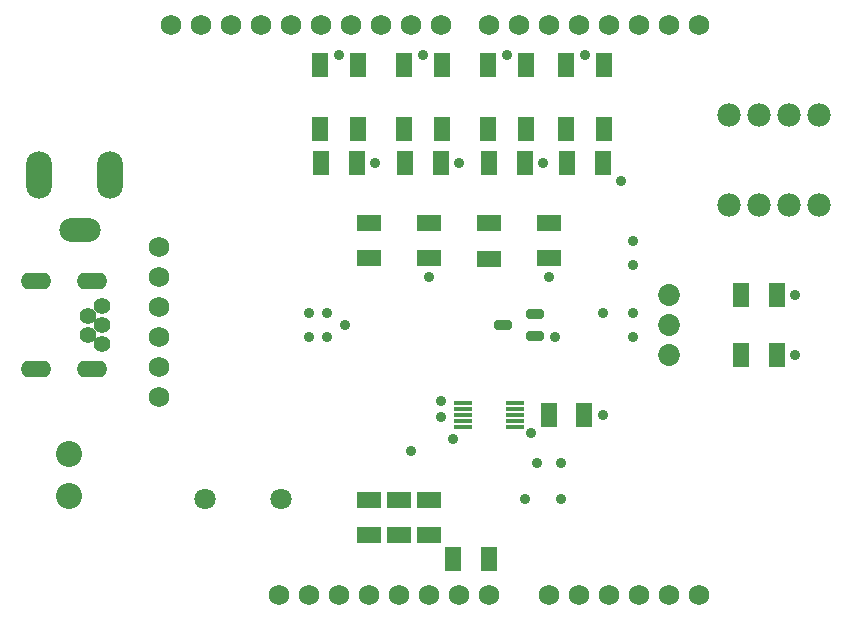
<source format=gts>
G04*
G04 #@! TF.GenerationSoftware,Altium Limited,Altium Designer,25.4.2 (15)*
G04*
G04 Layer_Color=8388736*
%FSLAX44Y44*%
%MOMM*%
G71*
G04*
G04 #@! TF.SameCoordinates,F20BE116-99DB-4855-A558-1B6AC0D64E7D*
G04*
G04*
G04 #@! TF.FilePolarity,Negative*
G04*
G01*
G75*
%ADD23R,1.3208X2.0066*%
%ADD24R,1.4097X2.1032*%
%ADD25R,2.0066X1.3208*%
G04:AMPARAMS|DCode=26|XSize=1.5532mm|YSize=0.7932mm|CornerRadius=0.2491mm|HoleSize=0mm|Usage=FLASHONLY|Rotation=180.000|XOffset=0mm|YOffset=0mm|HoleType=Round|Shape=RoundedRectangle|*
%AMROUNDEDRECTD26*
21,1,1.5532,0.2950,0,0,180.0*
21,1,1.0550,0.7932,0,0,180.0*
1,1,0.4982,-0.5275,0.1475*
1,1,0.4982,0.5275,0.1475*
1,1,0.4982,0.5275,-0.1475*
1,1,0.4982,-0.5275,-0.1475*
%
%ADD26ROUNDEDRECTD26*%
%ADD27R,1.5208X0.3508*%
%ADD28R,1.5008X0.3508*%
%ADD29C,1.8032*%
%ADD30C,1.7272*%
%ADD31C,1.9812*%
%ADD32O,2.6032X1.4032*%
%ADD33C,1.4032*%
%ADD34O,2.2032X4.0032*%
%ADD35O,3.5032X2.0032*%
%ADD36C,2.2032*%
%ADD37C,1.8532*%
%ADD38C,0.9144*%
D23*
X955294Y594360D02*
D03*
X985266D02*
D03*
X889254D02*
D03*
X919226D02*
D03*
X818134D02*
D03*
X848106D02*
D03*
X747014D02*
D03*
X776986D02*
D03*
X1132586Y431800D02*
D03*
X1102614D02*
D03*
X858774Y259080D02*
D03*
X888746D02*
D03*
X1102614Y482600D02*
D03*
X1132586D02*
D03*
X969772Y381000D02*
D03*
X939800D02*
D03*
D24*
X778129Y623240D02*
D03*
Y677240D02*
D03*
X745871Y623240D02*
D03*
Y677240D02*
D03*
X920369Y623240D02*
D03*
Y677240D02*
D03*
X888111Y623240D02*
D03*
Y677240D02*
D03*
X986409Y623240D02*
D03*
Y677240D02*
D03*
X954151Y623240D02*
D03*
Y677240D02*
D03*
X849249Y623240D02*
D03*
Y677240D02*
D03*
X816991Y623240D02*
D03*
Y677240D02*
D03*
D25*
X787400Y513588D02*
D03*
Y543560D02*
D03*
X889000Y543306D02*
D03*
Y513334D02*
D03*
X939800Y543560D02*
D03*
Y513588D02*
D03*
X838200Y309372D02*
D03*
Y279400D02*
D03*
X812800Y309372D02*
D03*
Y279400D02*
D03*
X787400Y309372D02*
D03*
Y279400D02*
D03*
X838200Y513588D02*
D03*
Y543560D02*
D03*
D26*
X927700Y447700D02*
D03*
X901100Y457200D02*
D03*
X927700Y466700D02*
D03*
D27*
X911000Y391000D02*
D03*
Y386000D02*
D03*
Y381000D02*
D03*
Y376000D02*
D03*
Y371000D02*
D03*
X867000D02*
D03*
Y376000D02*
D03*
Y381000D02*
D03*
Y386000D02*
D03*
D28*
Y391000D02*
D03*
D29*
X713220Y309880D02*
D03*
X648220D02*
D03*
D30*
X609600Y523240D02*
D03*
Y497840D02*
D03*
Y472440D02*
D03*
Y447040D02*
D03*
Y396240D02*
D03*
Y421640D02*
D03*
X848360Y711200D02*
D03*
X822960D02*
D03*
X797560D02*
D03*
X772160D02*
D03*
X746760D02*
D03*
X721360D02*
D03*
X695960D02*
D03*
X670560D02*
D03*
X645160D02*
D03*
X619760D02*
D03*
X939800Y228600D02*
D03*
X965200D02*
D03*
X990600D02*
D03*
X1016000D02*
D03*
X1066800D02*
D03*
X1041400D02*
D03*
X1066800Y711200D02*
D03*
X1041400D02*
D03*
X1016000D02*
D03*
X990600D02*
D03*
X965200D02*
D03*
X939800D02*
D03*
X914400D02*
D03*
X889000D02*
D03*
X711200Y228600D02*
D03*
X736600D02*
D03*
X762000D02*
D03*
X787400D02*
D03*
X812800D02*
D03*
X838200D02*
D03*
X863600D02*
D03*
X889000D02*
D03*
D31*
X1143000Y558800D02*
D03*
X1168400D02*
D03*
X1092200D02*
D03*
X1117600D02*
D03*
X1143000Y635000D02*
D03*
X1168400D02*
D03*
X1092200D02*
D03*
X1117600D02*
D03*
D32*
X505141Y494400D02*
D03*
X552641D02*
D03*
Y420000D02*
D03*
X505141D02*
D03*
D33*
X561659Y441001D02*
D03*
Y457001D02*
D03*
X549622Y449002D02*
D03*
Y465002D02*
D03*
X561659Y473000D02*
D03*
D34*
X568000Y584200D02*
D03*
X508000D02*
D03*
D35*
X543000Y537700D02*
D03*
D36*
X533400Y312700D02*
D03*
Y347700D02*
D03*
D37*
X1041400Y431800D02*
D03*
Y457200D02*
D03*
Y482600D02*
D03*
D38*
X1000323Y579557D02*
D03*
X1010920Y528320D02*
D03*
Y508000D02*
D03*
Y467360D02*
D03*
Y447040D02*
D03*
X934720Y594360D02*
D03*
X863600D02*
D03*
X792480D02*
D03*
X970280Y685800D02*
D03*
X904240D02*
D03*
X833120D02*
D03*
X762000D02*
D03*
X919480Y309880D02*
D03*
X949960D02*
D03*
X985520Y467360D02*
D03*
X736600Y447040D02*
D03*
X751840D02*
D03*
Y467360D02*
D03*
X736600D02*
D03*
X944880Y447040D02*
D03*
X939800Y497840D02*
D03*
X767080Y457200D02*
D03*
X929640Y340360D02*
D03*
X949960D02*
D03*
X924560Y365760D02*
D03*
X858520Y360680D02*
D03*
X822960Y350520D02*
D03*
X848360Y379142D02*
D03*
Y392858D02*
D03*
X985520Y381000D02*
D03*
X838200Y497840D02*
D03*
X1148080Y431800D02*
D03*
Y482600D02*
D03*
M02*

</source>
